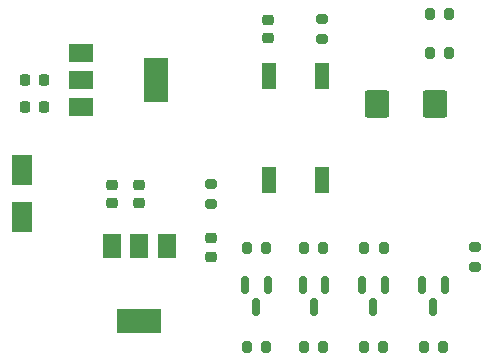
<source format=gtp>
%TF.GenerationSoftware,KiCad,Pcbnew,6.0.11*%
%TF.CreationDate,2024-08-04T21:37:39+01:00*%
%TF.ProjectId,ESPboard,45535062-6f61-4726-942e-6b696361645f,rev?*%
%TF.SameCoordinates,PX87a6900PY5d04800*%
%TF.FileFunction,Paste,Top*%
%TF.FilePolarity,Positive*%
%FSLAX46Y46*%
G04 Gerber Fmt 4.6, Leading zero omitted, Abs format (unit mm)*
G04 Created by KiCad (PCBNEW 6.0.11) date 2024-08-04 21:37:39*
%MOMM*%
%LPD*%
G01*
G04 APERTURE LIST*
G04 Aperture macros list*
%AMRoundRect*
0 Rectangle with rounded corners*
0 $1 Rounding radius*
0 $2 $3 $4 $5 $6 $7 $8 $9 X,Y pos of 4 corners*
0 Add a 4 corners polygon primitive as box body*
4,1,4,$2,$3,$4,$5,$6,$7,$8,$9,$2,$3,0*
0 Add four circle primitives for the rounded corners*
1,1,$1+$1,$2,$3*
1,1,$1+$1,$4,$5*
1,1,$1+$1,$6,$7*
1,1,$1+$1,$8,$9*
0 Add four rect primitives between the rounded corners*
20,1,$1+$1,$2,$3,$4,$5,0*
20,1,$1+$1,$4,$5,$6,$7,0*
20,1,$1+$1,$6,$7,$8,$9,0*
20,1,$1+$1,$8,$9,$2,$3,0*%
G04 Aperture macros list end*
%ADD10RoundRect,0.225000X0.225000X0.250000X-0.225000X0.250000X-0.225000X-0.250000X0.225000X-0.250000X0*%
%ADD11RoundRect,0.225000X-0.250000X0.225000X-0.250000X-0.225000X0.250000X-0.225000X0.250000X0.225000X0*%
%ADD12R,1.500000X2.000000*%
%ADD13R,3.800000X2.000000*%
%ADD14RoundRect,0.250000X0.787500X0.925000X-0.787500X0.925000X-0.787500X-0.925000X0.787500X-0.925000X0*%
%ADD15RoundRect,0.218750X-0.256250X0.218750X-0.256250X-0.218750X0.256250X-0.218750X0.256250X0.218750X0*%
%ADD16RoundRect,0.150000X-0.150000X0.587500X-0.150000X-0.587500X0.150000X-0.587500X0.150000X0.587500X0*%
%ADD17RoundRect,0.200000X-0.200000X-0.275000X0.200000X-0.275000X0.200000X0.275000X-0.200000X0.275000X0*%
%ADD18RoundRect,0.200000X0.200000X0.275000X-0.200000X0.275000X-0.200000X-0.275000X0.200000X-0.275000X0*%
%ADD19R,1.800000X2.500000*%
%ADD20RoundRect,0.225000X0.250000X-0.225000X0.250000X0.225000X-0.250000X0.225000X-0.250000X-0.225000X0*%
%ADD21RoundRect,0.200000X0.275000X-0.200000X0.275000X0.200000X-0.275000X0.200000X-0.275000X-0.200000X0*%
%ADD22RoundRect,0.200000X-0.275000X0.200000X-0.275000X-0.200000X0.275000X-0.200000X0.275000X0.200000X0*%
%ADD23R,2.000000X1.500000*%
%ADD24R,2.000000X3.800000*%
%ADD25R,1.300000X2.250000*%
G04 APERTURE END LIST*
D10*
X4077000Y-7874000D03*
X2527000Y-7874000D03*
D11*
X23114000Y-2794000D03*
X23114000Y-4344000D03*
D12*
X14492000Y-21957500D03*
D13*
X12192000Y-28257500D03*
D12*
X12192000Y-21957500D03*
X9892000Y-21957500D03*
D14*
X37260500Y-9906000D03*
X32335500Y-9906000D03*
D15*
X18288000Y-21310500D03*
X18288000Y-22885500D03*
D16*
X32954000Y-25224500D03*
X31054000Y-25224500D03*
X32004000Y-27099500D03*
D17*
X26099000Y-30480000D03*
X27749000Y-30480000D03*
D18*
X27749000Y-22098000D03*
X26099000Y-22098000D03*
D17*
X21273000Y-30480000D03*
X22923000Y-30480000D03*
D19*
X2286000Y-15521000D03*
X2286000Y-19521000D03*
D16*
X38034000Y-25224500D03*
X36134000Y-25224500D03*
X37084000Y-27099500D03*
D17*
X36259000Y-30480000D03*
X37909000Y-30480000D03*
D18*
X38417000Y-5588000D03*
X36767000Y-5588000D03*
D20*
X12192000Y-18301000D03*
X12192000Y-16751000D03*
D18*
X32892000Y-22098000D03*
X31242000Y-22098000D03*
D21*
X40640000Y-23685000D03*
X40640000Y-22035000D03*
D16*
X23048000Y-25224500D03*
X21148000Y-25224500D03*
X22098000Y-27099500D03*
D18*
X38417000Y-2286000D03*
X36767000Y-2286000D03*
D17*
X31179000Y-30480000D03*
X32829000Y-30480000D03*
D20*
X9906000Y-18301000D03*
X9906000Y-16751000D03*
D18*
X22923000Y-22098000D03*
X21273000Y-22098000D03*
D21*
X18288000Y-18351000D03*
X18288000Y-16701000D03*
D22*
X27686000Y-2744000D03*
X27686000Y-4394000D03*
D10*
X4077000Y-10160000D03*
X2527000Y-10160000D03*
D23*
X7264000Y-5574000D03*
X7264000Y-7874000D03*
D24*
X13564000Y-7874000D03*
D23*
X7264000Y-10174000D03*
D16*
X27937000Y-25224500D03*
X26037000Y-25224500D03*
X26987000Y-27099500D03*
D25*
X23150000Y-16326000D03*
X23150000Y-7576000D03*
X27650000Y-7576000D03*
X27650000Y-16326000D03*
M02*

</source>
